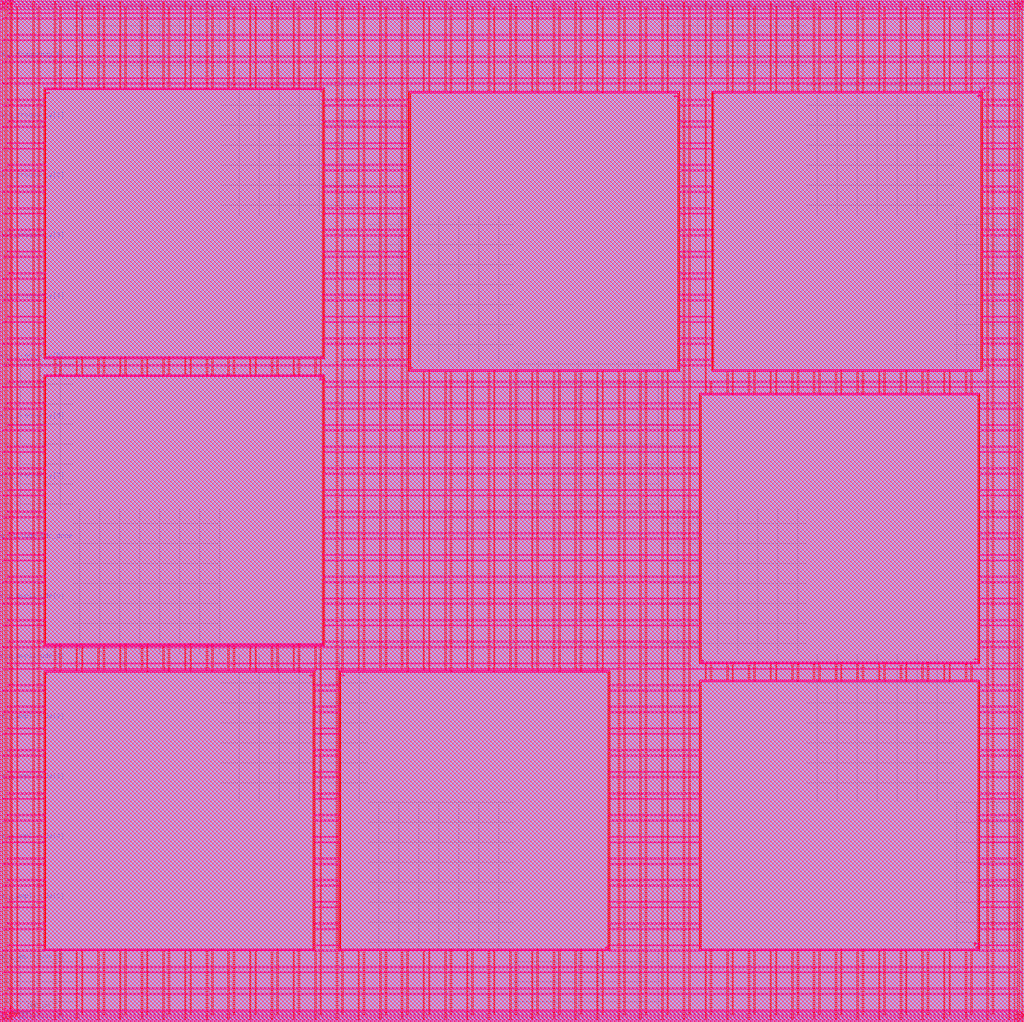
<source format=lef>
###############################################################
#  Generated by:      Cadence Innovus 20.13-s083_1
#  OS:                Linux x86_64(Host ID caddy11)
#  Generated on:      Wed Jun 16 17:47:28 2021
#  Design:            deconv_kernel_estimator_top_level
#  Command:           write_lef_abstract -specifyTopLayer 6 -PGPinLayers {5 6} -noCutObs -stripePin results/deconv_kernel_estimator_top_level.lef
###############################################################

VERSION 5.8 ;

BUSBITCHARS "[]" ;
DIVIDERCHAR "/" ;

MACRO deconv_kernel_estimator_top_level
  CLASS BLOCK ;
  SIZE 2568.640000 BY 2564.960000 ;
  FOREIGN deconv_kernel_estimator_top_level 0.000000 0.000000 ;
  ORIGIN 0 0 ;
  SYMMETRY X Y R90 ;
  PIN clk
    DIRECTION INPUT ;
    USE SIGNAL ;
    ANTENNAPARTIALMETALAREA 5.369 LAYER met2  ;
    ANTENNAPARTIALMETALSIDEAREA 26.684 LAYER met2  ;
    ANTENNAPARTIALCUTAREA 0.04 LAYER via2  ;
    ANTENNAPARTIALMETALAREA 16.5408 LAYER met3  ;
    ANTENNAPARTIALMETALSIDEAREA 88.688 LAYER met3  ;
    ANTENNAMODEL OXIDE1 ;
    ANTENNAGATEAREA 1.152 LAYER met3  ;
    ANTENNAMAXAREACAR 14.9877 LAYER met3  ;
    ANTENNAMAXSIDEAREACAR 78.3273 LAYER met3  ;
    ANTENNAMAXCUTCAR 0.0793403 LAYER via3  ;
    PORT
      LAYER met2 ;
        RECT 1.080000 2564.475000 1.220000 2564.960000 ;
    END
  END clk
  PIN rst_n
    DIRECTION INPUT ;
    USE SIGNAL ;
    ANTENNAPARTIALMETALAREA 18.8185 LAYER met2  ;
    ANTENNAPARTIALMETALSIDEAREA 93.8665 LAYER met2  ;
    ANTENNAMODEL OXIDE1 ;
    ANTENNAGATEAREA 1.33 LAYER met2  ;
    ANTENNAMAXAREACAR 24.5465 LAYER met2  ;
    ANTENNAMAXSIDEAREACAR 121.902 LAYER met2  ;
    ANTENNAMAXCUTCAR 0.0386466 LAYER via2  ;
    PORT
      LAYER met2 ;
        RECT 366.780000 2564.475000 366.920000 2564.960000 ;
    END
  END rst_n
  PIN load_en
    DIRECTION INPUT ;
    USE SIGNAL ;
    ANTENNAPARTIALMETALAREA 125.297 LAYER met2  ;
    ANTENNAPARTIALMETALSIDEAREA 626.206 LAYER met2  ;
    ANTENNAPARTIALCUTAREA 0.04 LAYER via2  ;
    ANTENNAPARTIALMETALAREA 0.255 LAYER met3  ;
    ANTENNAPARTIALMETALSIDEAREA 1.808 LAYER met3  ;
    ANTENNAPARTIALCUTAREA 0.04 LAYER via3  ;
    ANTENNAPARTIALMETALAREA 4.3278 LAYER met4  ;
    ANTENNAPARTIALMETALSIDEAREA 23.552 LAYER met4  ;
    ANTENNAMODEL OXIDE1 ;
    ANTENNAGATEAREA 0.1965 LAYER met4  ;
    ANTENNAMAXAREACAR 29.8453 LAYER met4  ;
    ANTENNAMAXSIDEAREACAR 153.252 LAYER met4  ;
    ANTENNAMAXCUTCAR 0.668702 LAYER via4  ;
    PORT
      LAYER met2 ;
        RECT 733.860000 2564.475000 734.000000 2564.960000 ;
    END
  END load_en
  PIN debug_en
    DIRECTION INPUT ;
    USE SIGNAL ;
    ANTENNAPARTIALMETALAREA 57.8772 LAYER met2  ;
    ANTENNAPARTIALMETALSIDEAREA 289.107 LAYER met2  ;
    ANTENNAPARTIALCUTAREA 0.04 LAYER via2  ;
    ANTENNAPARTIALMETALAREA 11.026 LAYER met3  ;
    ANTENNAPARTIALMETALSIDEAREA 59.272 LAYER met3  ;
    ANTENNAPARTIALCUTAREA 0.04 LAYER via3  ;
    ANTENNAPARTIALMETALAREA 30.9108 LAYER met4  ;
    ANTENNAPARTIALMETALSIDEAREA 165.328 LAYER met4  ;
    ANTENNAMODEL OXIDE1 ;
    ANTENNAGATEAREA 0.441 LAYER met4  ;
    ANTENNAMAXAREACAR 77.8586 LAYER met4  ;
    ANTENNAMAXSIDEAREACAR 407.197 LAYER met4  ;
    ANTENNAMAXCUTCAR 0.589342 LAYER via4  ;
    PORT
      LAYER met2 ;
        RECT 1100.480000 2564.475000 1100.620000 2564.960000 ;
    END
  END debug_en
  PIN serial_in
    DIRECTION INPUT ;
    USE SIGNAL ;
    ANTENNAPARTIALMETALAREA 71.4194 LAYER met2  ;
    ANTENNAPARTIALMETALSIDEAREA 356.818 LAYER met2  ;
    ANTENNAPARTIALCUTAREA 0.04 LAYER via2  ;
    ANTENNAPARTIALMETALAREA 0.2509 LAYER met3  ;
    ANTENNAPARTIALMETALSIDEAREA 1.808 LAYER met3  ;
    ANTENNAPARTIALCUTAREA 0.04 LAYER via3  ;
    ANTENNAPARTIALMETALAREA 3.9618 LAYER met4  ;
    ANTENNAPARTIALMETALSIDEAREA 21.6 LAYER met4  ;
    ANTENNAMODEL OXIDE1 ;
    ANTENNAGATEAREA 0.1965 LAYER met4  ;
    ANTENNAMAXAREACAR 71.0814 LAYER met4  ;
    ANTENNAMAXSIDEAREACAR 363.679 LAYER met4  ;
    ANTENNAMAXCUTCAR 0.668702 LAYER via4  ;
    PORT
      LAYER met2 ;
        RECT 1834.180000 2564.475000 1834.320000 2564.960000 ;
    END
  END serial_in
  PIN sram_select[1]
    DIRECTION INPUT ;
    USE SIGNAL ;
    ANTENNAPARTIALMETALAREA 159.296 LAYER met2  ;
    ANTENNAPARTIALMETALSIDEAREA 796.201 LAYER met2  ;
    ANTENNAPARTIALCUTAREA 0.04 LAYER via2  ;
    ANTENNAPARTIALMETALAREA 0.2509 LAYER met3  ;
    ANTENNAPARTIALMETALSIDEAREA 1.808 LAYER met3  ;
    ANTENNAPARTIALCUTAREA 0.04 LAYER via3  ;
    ANTENNAPARTIALMETALAREA 4.1448 LAYER met4  ;
    ANTENNAPARTIALMETALSIDEAREA 22.576 LAYER met4  ;
    ANTENNAMODEL OXIDE1 ;
    ANTENNAGATEAREA 1.33 LAYER met4  ;
    ANTENNAMAXAREACAR 7.30962 LAYER met4  ;
    ANTENNAMAXSIDEAREACAR 37.5669 LAYER met4  ;
    ANTENNAMAXCUTCAR 0.098797 LAYER via4  ;
    PORT
      LAYER met2 ;
        RECT 2567.420000 2564.475000 2567.560000 2564.960000 ;
    END
  END sram_select[1]
  PIN sram_select[0]
    DIRECTION INPUT ;
    USE SIGNAL ;
    ANTENNAPARTIALMETALAREA 90.3334 LAYER met2  ;
    ANTENNAPARTIALMETALSIDEAREA 451.388 LAYER met2  ;
    ANTENNAPARTIALCUTAREA 0.04 LAYER via2  ;
    ANTENNAPARTIALMETALAREA 0.676 LAYER met3  ;
    ANTENNAPARTIALMETALSIDEAREA 4.072 LAYER met3  ;
    ANTENNAPARTIALCUTAREA 0.04 LAYER via3  ;
    ANTENNAPARTIALMETALAREA 7.9878 LAYER met4  ;
    ANTENNAPARTIALMETALSIDEAREA 43.072 LAYER met4  ;
    ANTENNAMODEL OXIDE1 ;
    ANTENNAGATEAREA 0.665 LAYER met4  ;
    ANTENNAMAXAREACAR 19.8565 LAYER met4  ;
    ANTENNAMAXSIDEAREACAR 101.424 LAYER met4  ;
    ANTENNAMAXCUTCAR 0.197594 LAYER via4  ;
    PORT
      LAYER met2 ;
        RECT 2201.260000 2564.475000 2201.400000 2564.960000 ;
    END
  END sram_select[0]
  PIN frequency_adc_done
    DIRECTION INPUT ;
    USE SIGNAL ;
    ANTENNAPARTIALMETALAREA 162.19 LAYER met2  ;
    ANTENNAPARTIALMETALSIDEAREA 810.673 LAYER met2  ;
    ANTENNAPARTIALCUTAREA 0.04 LAYER via2  ;
    ANTENNAPARTIALMETALAREA 0.2509 LAYER met3  ;
    ANTENNAPARTIALMETALSIDEAREA 1.808 LAYER met3  ;
    ANTENNAPARTIALCUTAREA 0.04 LAYER via3  ;
    ANTENNAPARTIALMETALAREA 4.1448 LAYER met4  ;
    ANTENNAPARTIALMETALSIDEAREA 22.576 LAYER met4  ;
    ANTENNAMODEL OXIDE1 ;
    ANTENNAGATEAREA 0.495 LAYER met4  ;
    ANTENNAMAXAREACAR 17.5144 LAYER met4  ;
    ANTENNAMAXSIDEAREACAR 89.9354 LAYER met4  ;
    ANTENNAMAXCUTCAR 0.265455 LAYER via4  ;
    PORT
      LAYER met2 ;
        RECT 0.000000 2564.720000 0.485000 2564.860000 ;
    END
  END frequency_adc_done
  PIN amplitude_adc_done
    DIRECTION INPUT ;
    USE SIGNAL ;
    ANTENNAPARTIALMETALAREA 26.1573 LAYER met2  ;
    ANTENNAPARTIALMETALSIDEAREA 130.561 LAYER met2  ;
    ANTENNAMODEL OXIDE1 ;
    ANTENNAGATEAREA 0.495 LAYER met2  ;
    ANTENNAMAXAREACAR 60.9542 LAYER met2  ;
    ANTENNAMAXSIDEAREACAR 302.471 LAYER met2  ;
    ANTENNAMAXCUTCAR 0.103838 LAYER via2  ;
    PORT
      LAYER met2 ;
        RECT 0.000000 1206.760000 0.485000 1206.900000 ;
    END
  END amplitude_adc_done
  PIN sig_frequency[7]
    DIRECTION INPUT ;
    USE SIGNAL ;
    ANTENNAPARTIALMETALAREA 0.1351 LAYER met2  ;
    ANTENNAPARTIALMETALSIDEAREA 0.5145 LAYER met2  ;
    ANTENNAPARTIALCUTAREA 0.04 LAYER via2  ;
    ANTENNAPARTIALMETALAREA 26.182 LAYER met3  ;
    ANTENNAPARTIALMETALSIDEAREA 140.104 LAYER met3  ;
    ANTENNAPARTIALCUTAREA 0.04 LAYER via3  ;
    ANTENNAPARTIALMETALAREA 1.45345 LAYER met4  ;
    ANTENNAPARTIALMETALSIDEAREA 4.072 LAYER met4  ;
    ANTENNAPARTIALCUTAREA 0.64 LAYER via4  ;
    ANTENNADIFFAREA 5.2164 LAYER met5  ;
    ANTENNAPARTIALMETALAREA 1190.46 LAYER met5  ;
    ANTENNAPARTIALMETALSIDEAREA 1789.54 LAYER met5  ;
    ANTENNAMODEL OXIDE1 ;
    ANTENNAGATEAREA 5.7114 LAYER met5  ;
    ANTENNAMAXAREACAR 214.365 LAYER met5  ;
    ANTENNAMAXSIDEAREACAR 324.405 LAYER met5  ;
    PORT
      LAYER met2 ;
        RECT 0.000000 1357.720000 0.485000 1357.860000 ;
    END
  END sig_frequency[7]
  PIN sig_frequency[6]
    DIRECTION INPUT ;
    USE SIGNAL ;
    ANTENNAPARTIALMETALAREA 15.2153 LAYER met2  ;
    ANTENNAPARTIALMETALSIDEAREA 75.8905 LAYER met2  ;
    ANTENNAPARTIALCUTAREA 0.04 LAYER via2  ;
    ANTENNAPARTIALMETALAREA 1.4988 LAYER met3  ;
    ANTENNAPARTIALMETALSIDEAREA 8.464 LAYER met3  ;
    ANTENNAMODEL OXIDE1 ;
    ANTENNAGATEAREA 0.495 LAYER met3  ;
    ANTENNAMAXAREACAR 17.4051 LAYER met3  ;
    ANTENNAMAXSIDEAREACAR 85.2636 LAYER met3  ;
    ANTENNAMAXCUTCAR 0.379394 LAYER via3  ;
    PORT
      LAYER met2 ;
        RECT 0.000000 1508.680000 0.485000 1508.820000 ;
    END
  END sig_frequency[6]
  PIN sig_frequency[5]
    DIRECTION INPUT ;
    USE SIGNAL ;
    ANTENNAPARTIALMETALAREA 38.7021 LAYER met2  ;
    ANTENNAPARTIALMETALSIDEAREA 193.232 LAYER met2  ;
    ANTENNAPARTIALCUTAREA 0.04 LAYER via2  ;
    ANTENNAPARTIALMETALAREA 0.4 LAYER met3  ;
    ANTENNAPARTIALMETALSIDEAREA 2.6 LAYER met3  ;
    ANTENNAPARTIALCUTAREA 0.04 LAYER via3  ;
    ANTENNAPARTIALMETALAREA 6.1578 LAYER met4  ;
    ANTENNAPARTIALMETALSIDEAREA 33.312 LAYER met4  ;
    ANTENNAMODEL OXIDE1 ;
    ANTENNAGATEAREA 0.495 LAYER met4  ;
    ANTENNAMAXAREACAR 47.9881 LAYER met4  ;
    ANTENNAMAXSIDEAREACAR 242.73 LAYER met4  ;
    ANTENNAMAXCUTCAR 0.460202 LAYER via4  ;
    PORT
      LAYER met2 ;
        RECT 0.000000 1659.300000 0.485000 1659.440000 ;
    END
  END sig_frequency[5]
  PIN sig_frequency[4]
    DIRECTION INPUT ;
    USE SIGNAL ;
    ANTENNAPARTIALMETALAREA 0.3611 LAYER met2  ;
    ANTENNAPARTIALMETALSIDEAREA 1.6345 LAYER met2  ;
    ANTENNAPARTIALCUTAREA 0.04 LAYER via2  ;
    ANTENNAPARTIALMETALAREA 3.8448 LAYER met3  ;
    ANTENNAPARTIALMETALSIDEAREA 20.976 LAYER met3  ;
    ANTENNAMODEL OXIDE1 ;
    ANTENNAGATEAREA 0.1965 LAYER met3  ;
    ANTENNAMAXAREACAR 22.6534 LAYER met3  ;
    ANTENNAMAXSIDEAREACAR 119.074 LAYER met3  ;
    ANTENNAMAXCUTCAR 0.46514 LAYER via3  ;
    PORT
      LAYER met2 ;
        RECT 0.000000 1810.260000 0.485000 1810.400000 ;
    END
  END sig_frequency[4]
  PIN sig_frequency[3]
    DIRECTION INPUT ;
    USE SIGNAL ;
    ANTENNAPARTIALMETALAREA 3.1835 LAYER met2  ;
    ANTENNAPARTIALMETALSIDEAREA 15.8095 LAYER met2  ;
    ANTENNAMODEL OXIDE1 ;
    ANTENNAGATEAREA 1.33 LAYER met2  ;
    ANTENNAMAXAREACAR 10.612 LAYER met2  ;
    ANTENNAMAXSIDEAREACAR 52.3173 LAYER met2  ;
    ANTENNAMAXCUTCAR 0.0386466 LAYER via2  ;
    PORT
      LAYER met2 ;
        RECT 0.000000 1961.220000 0.485000 1961.360000 ;
    END
  END sig_frequency[3]
  PIN sig_frequency[2]
    DIRECTION INPUT ;
    USE SIGNAL ;
    ANTENNAPARTIALMETALAREA 4.4302 LAYER met2  ;
    ANTENNAPARTIALMETALSIDEAREA 22.043 LAYER met2  ;
    ANTENNAMODEL OXIDE1 ;
    ANTENNAGATEAREA 1.33 LAYER met2  ;
    ANTENNAMAXAREACAR 9.84196 LAYER met2  ;
    ANTENNAMAXSIDEAREACAR 48.4673 LAYER met2  ;
    ANTENNAMAXCUTCAR 0.0386466 LAYER via2  ;
    PORT
      LAYER met2 ;
        RECT 0.000000 2111.840000 0.485000 2111.980000 ;
    END
  END sig_frequency[2]
  PIN sig_frequency[1]
    DIRECTION INPUT ;
    USE SIGNAL ;
    ANTENNAPARTIALMETALAREA 110.31 LAYER met2  ;
    ANTENNAPARTIALMETALSIDEAREA 551.271 LAYER met2  ;
    ANTENNAPARTIALCUTAREA 0.04 LAYER via2  ;
    ANTENNAPARTIALMETALAREA 0.255 LAYER met3  ;
    ANTENNAPARTIALMETALSIDEAREA 1.808 LAYER met3  ;
    ANTENNAPARTIALCUTAREA 0.04 LAYER via3  ;
    ANTENNAPARTIALMETALAREA 4.1448 LAYER met4  ;
    ANTENNAPARTIALMETALSIDEAREA 22.576 LAYER met4  ;
    ANTENNAMODEL OXIDE1 ;
    ANTENNAGATEAREA 1.33 LAYER met4  ;
    ANTENNAMAXAREACAR 6.64639 LAYER met4  ;
    ANTENNAMAXSIDEAREACAR 34.2353 LAYER met4  ;
    ANTENNAMAXCUTCAR 0.098797 LAYER via4  ;
    PORT
      LAYER met2 ;
        RECT 0.000000 2262.800000 0.485000 2262.940000 ;
    END
  END sig_frequency[1]
  PIN sig_frequency[0]
    DIRECTION INPUT ;
    USE SIGNAL ;
    ANTENNAPARTIALMETALAREA 47.4157 LAYER met2  ;
    ANTENNAPARTIALMETALSIDEAREA 236.799 LAYER met2  ;
    ANTENNAPARTIALCUTAREA 0.04 LAYER via2  ;
    ANTENNAPARTIALMETALAREA 0.255 LAYER met3  ;
    ANTENNAPARTIALMETALSIDEAREA 1.808 LAYER met3  ;
    ANTENNAPARTIALCUTAREA 0.04 LAYER via3  ;
    ANTENNAPARTIALMETALAREA 8.1708 LAYER met4  ;
    ANTENNAPARTIALMETALSIDEAREA 44.048 LAYER met4  ;
    ANTENNAMODEL OXIDE1 ;
    ANTENNAGATEAREA 0.1965 LAYER met4  ;
    ANTENNAMAXAREACAR 126.457 LAYER met4  ;
    ANTENNAMAXSIDEAREACAR 646.204 LAYER met4  ;
    ANTENNAMAXCUTCAR 0.668702 LAYER via4  ;
    PORT
      LAYER met2 ;
        RECT 0.000000 2413.760000 0.485000 2413.900000 ;
    END
  END sig_frequency[0]
  PIN sig_amplitude[7]
    DIRECTION INPUT ;
    USE SIGNAL ;
    ANTENNAPARTIALMETALAREA 179.86 LAYER met2  ;
    ANTENNAPARTIALMETALSIDEAREA 899.021 LAYER met2  ;
    ANTENNAPARTIALCUTAREA 0.04 LAYER via2  ;
    ANTENNAPARTIALMETALAREA 0.2509 LAYER met3  ;
    ANTENNAPARTIALMETALSIDEAREA 1.808 LAYER met3  ;
    ANTENNAPARTIALCUTAREA 0.04 LAYER via3  ;
    ANTENNAPARTIALMETALAREA 6.1578 LAYER met4  ;
    ANTENNAPARTIALMETALSIDEAREA 33.312 LAYER met4  ;
    ANTENNAMODEL OXIDE1 ;
    ANTENNAGATEAREA 0.665 LAYER met4  ;
    ANTENNAMAXAREACAR 15.3956 LAYER met4  ;
    ANTENNAMAXSIDEAREACAR 79.2767 LAYER met4  ;
    ANTENNAMAXCUTCAR 0.197594 LAYER via4  ;
    PORT
      LAYER met2 ;
        RECT 0.000000 0.100000 0.485000 0.240000 ;
    END
  END sig_amplitude[7]
  PIN sig_amplitude[6]
    DIRECTION INPUT ;
    USE SIGNAL ;
    ANTENNAPARTIALMETALAREA 16.071 LAYER met2  ;
    ANTENNAPARTIALMETALSIDEAREA 80.129 LAYER met2  ;
    ANTENNAMODEL OXIDE1 ;
    ANTENNAGATEAREA 0.665 LAYER met2  ;
    ANTENNAMAXAREACAR 27.7171 LAYER met2  ;
    ANTENNAMAXSIDEAREACAR 136.175 LAYER met2  ;
    ANTENNAMAXCUTCAR 0.0772932 LAYER via2  ;
    PORT
      LAYER met2 ;
        RECT 0.000000 150.720000 0.485000 150.860000 ;
    END
  END sig_amplitude[6]
  PIN sig_amplitude[5]
    DIRECTION INPUT ;
    USE SIGNAL ;
    ANTENNAPARTIALMETALAREA 141.558 LAYER met2  ;
    ANTENNAPARTIALMETALSIDEAREA 707.511 LAYER met2  ;
    ANTENNAPARTIALCUTAREA 0.04 LAYER via2  ;
    ANTENNAPARTIALMETALAREA 0.2509 LAYER met3  ;
    ANTENNAPARTIALMETALSIDEAREA 1.808 LAYER met3  ;
    ANTENNAPARTIALCUTAREA 0.04 LAYER via3  ;
    ANTENNAPARTIALMETALAREA 3.9618 LAYER met4  ;
    ANTENNAPARTIALMETALSIDEAREA 21.6 LAYER met4  ;
    ANTENNAMODEL OXIDE1 ;
    ANTENNAGATEAREA 0.665 LAYER met4  ;
    ANTENNAMAXAREACAR 12.5489 LAYER met4  ;
    ANTENNAMAXSIDEAREACAR 62.8286 LAYER met4  ;
    ANTENNAMAXCUTCAR 0.197594 LAYER via4  ;
    PORT
      LAYER met2 ;
        RECT 0.000000 301.680000 0.485000 301.820000 ;
    END
  END sig_amplitude[5]
  PIN sig_amplitude[4]
    DIRECTION INPUT ;
    USE SIGNAL ;
    ANTENNAPARTIALMETALAREA 114.621 LAYER met2  ;
    ANTENNAPARTIALMETALSIDEAREA 572.828 LAYER met2  ;
    ANTENNAPARTIALCUTAREA 0.04 LAYER via2  ;
    ANTENNAPARTIALMETALAREA 0.255 LAYER met3  ;
    ANTENNAPARTIALMETALSIDEAREA 1.808 LAYER met3  ;
    ANTENNAPARTIALCUTAREA 0.04 LAYER via3  ;
    ANTENNAPARTIALMETALAREA 3.9618 LAYER met4  ;
    ANTENNAPARTIALMETALSIDEAREA 21.6 LAYER met4  ;
    ANTENNAMODEL OXIDE1 ;
    ANTENNAGATEAREA 1.33 LAYER met4  ;
    ANTENNAMAXAREACAR 6.18774 LAYER met4  ;
    ANTENNAMAXSIDEAREACAR 31.8962 LAYER met4  ;
    ANTENNAMAXCUTCAR 0.098797 LAYER via4  ;
    PORT
      LAYER met2 ;
        RECT 0.000000 452.640000 0.485000 452.780000 ;
    END
  END sig_amplitude[4]
  PIN sig_amplitude[3]
    DIRECTION INPUT ;
    USE SIGNAL ;
    ANTENNAPARTIALMETALAREA 98.7564 LAYER met2  ;
    ANTENNAPARTIALMETALSIDEAREA 493.556 LAYER met2  ;
    ANTENNAMODEL OXIDE1 ;
    ANTENNAGATEAREA 1.33 LAYER met2  ;
    ANTENNAMAXAREACAR 77.2165 LAYER met2  ;
    ANTENNAMAXSIDEAREACAR 385.251 LAYER met2  ;
    ANTENNAMAXCUTCAR 0.0386466 LAYER via2  ;
    PORT
      LAYER met2 ;
        RECT 0.000000 603.260000 0.485000 603.400000 ;
    END
  END sig_amplitude[3]
  PIN sig_amplitude[2]
    DIRECTION INPUT ;
    USE SIGNAL ;
    ANTENNAPARTIALMETALAREA 79.7598 LAYER met2  ;
    ANTENNAPARTIALMETALSIDEAREA 398.573 LAYER met2  ;
    ANTENNAMODEL OXIDE1 ;
    ANTENNAGATEAREA 1.33 LAYER met2  ;
    ANTENNAMAXAREACAR 62.7071 LAYER met2  ;
    ANTENNAMAXSIDEAREACAR 312.704 LAYER met2  ;
    ANTENNAMAXCUTCAR 0.0386466 LAYER via2  ;
    PORT
      LAYER met2 ;
        RECT 0.000000 754.220000 0.485000 754.360000 ;
    END
  END sig_amplitude[2]
  PIN sig_amplitude[1]
    DIRECTION INPUT ;
    USE SIGNAL ;
    ANTENNAPARTIALMETALAREA 16.5371 LAYER met2  ;
    ANTENNAPARTIALMETALSIDEAREA 82.2885 LAYER met2  ;
    ANTENNAPARTIALCUTAREA 0.04 LAYER via2  ;
    ANTENNAPARTIALMETALAREA 15.4117 LAYER met3  ;
    ANTENNAPARTIALMETALSIDEAREA 83.136 LAYER met3  ;
    ANTENNAPARTIALCUTAREA 0.04 LAYER via3  ;
    ANTENNAPARTIALMETALAREA 3.9618 LAYER met4  ;
    ANTENNAPARTIALMETALSIDEAREA 21.6 LAYER met4  ;
    ANTENNAMODEL OXIDE1 ;
    ANTENNAGATEAREA 0.2475 LAYER met4  ;
    ANTENNAMAXAREACAR 21.0972 LAYER met4  ;
    ANTENNAMAXSIDEAREACAR 112.317 LAYER met4  ;
    ANTENNAMAXCUTCAR 0.530909 LAYER via4  ;
    PORT
      LAYER met2 ;
        RECT 0.000000 905.180000 0.485000 905.320000 ;
    END
  END sig_amplitude[1]
  PIN sig_amplitude[0]
    DIRECTION INPUT ;
    USE SIGNAL ;
    ANTENNAPARTIALMETALAREA 33.3683 LAYER met2  ;
    ANTENNAPARTIALMETALSIDEAREA 166.68 LAYER met2  ;
    ANTENNAPARTIALCUTAREA 0.04 LAYER via2  ;
    ANTENNAPARTIALMETALAREA 26.068 LAYER met3  ;
    ANTENNAPARTIALMETALSIDEAREA 139.496 LAYER met3  ;
    ANTENNAPARTIALCUTAREA 0.04 LAYER via3  ;
    ANTENNAPARTIALMETALAREA 2.3728 LAYER met4  ;
    ANTENNAPARTIALMETALSIDEAREA 9 LAYER met4  ;
    ANTENNAPARTIALCUTAREA 0.64 LAYER via4  ;
    ANTENNADIFFAREA 4.347 LAYER met5  ;
    ANTENNAPARTIALMETALAREA 1262.9 LAYER met5  ;
    ANTENNAPARTIALMETALSIDEAREA 1898.18 LAYER met5  ;
    ANTENNAMODEL OXIDE1 ;
    ANTENNAGATEAREA 4.5945 LAYER met5  ;
    ANTENNAMAXAREACAR 280.672 LAYER met5  ;
    ANTENNAMAXSIDEAREACAR 423.898 LAYER met5  ;
    PORT
      LAYER met2 ;
        RECT 0.000000 1055.800000 0.485000 1055.940000 ;
    END
  END sig_amplitude[0]
  PIN adc_bypass_en
    DIRECTION INPUT ;
    USE SIGNAL ;
    ANTENNAPARTIALMETALAREA 121.587 LAYER met2  ;
    ANTENNAPARTIALMETALSIDEAREA 607.656 LAYER met2  ;
    ANTENNAPARTIALCUTAREA 0.04 LAYER via2  ;
    ANTENNAPARTIALMETALAREA 0.2509 LAYER met3  ;
    ANTENNAPARTIALMETALSIDEAREA 1.808 LAYER met3  ;
    ANTENNAPARTIALCUTAREA 0.04 LAYER via3  ;
    ANTENNAPARTIALMETALAREA 4.1448 LAYER met4  ;
    ANTENNAPARTIALMETALSIDEAREA 22.576 LAYER met4  ;
    ANTENNAMODEL OXIDE1 ;
    ANTENNAGATEAREA 0.665 LAYER met4  ;
    ANTENNAMAXAREACAR 9.12429 LAYER met4  ;
    ANTENNAMAXSIDEAREACAR 46.9113 LAYER met4  ;
    ANTENNAMAXCUTCAR 0.197594 LAYER via4  ;
    PORT
      LAYER met2 ;
        RECT 1467.560000 2564.475000 1467.700000 2564.960000 ;
    END
  END adc_bypass_en
  PIN serial_out
    DIRECTION OUTPUT ;
    USE SIGNAL ;
    ANTENNADIFFAREA 0.3406 LAYER met2  ;
    ANTENNAPARTIALMETALAREA 4.6659 LAYER met2  ;
    ANTENNAPARTIALMETALSIDEAREA 23.1035 LAYER met2  ;
    PORT
      LAYER met2 ;
        RECT 2568.155000 2564.720000 2568.640000 2564.860000 ;
    END
  END serial_out
  PIN serial_out_valid
    DIRECTION OUTPUT ;
    USE SIGNAL ;
    ANTENNADIFFAREA 0.429 LAYER met2  ;
    ANTENNAPARTIALMETALAREA 1.5679 LAYER met2  ;
    ANTENNAPARTIALMETALSIDEAREA 7.7315 LAYER met2  ;
    PORT
      LAYER met2 ;
        RECT 2568.155000 1282.580000 2568.640000 1282.720000 ;
    END
  END serial_out_valid
  PIN freq_eval_done
    DIRECTION OUTPUT ;
    USE SIGNAL ;
    ANTENNADIFFAREA 0.714 LAYER met2  ;
    ANTENNAPARTIALMETALAREA 183.631 LAYER met2  ;
    ANTENNAPARTIALMETALSIDEAREA 917.931 LAYER met2  ;
    PORT
      LAYER met2 ;
        RECT 2568.155000 0.100000 2568.640000 0.240000 ;
    END
  END freq_eval_done
  PIN VSS
    DIRECTION INOUT ;
    USE GROUND ;
    PORT
      LAYER met4 ;
        RECT 2555.980000 2556.800000 2564.140000 2564.960000 ;
    END
    PORT
      LAYER met4 ;
        RECT 2555.980000 0.000000 2564.140000 8.160000 ;
    END
    PORT
      LAYER met4 ;
        RECT 4.500000 2556.800000 12.660000 2564.960000 ;
    END
    PORT
      LAYER met4 ;
        RECT 4.500000 0.000000 12.660000 8.160000 ;
    END
    PORT
      LAYER met5 ;
        RECT 2560.480000 2552.720000 2568.640000 2560.880000 ;
    END
    PORT
      LAYER met5 ;
        RECT 0.000000 2552.720000 8.160000 2560.880000 ;
    END
    PORT
      LAYER met5 ;
        RECT 2560.480000 4.080000 2568.640000 12.240000 ;
    END
    PORT
      LAYER met5 ;
        RECT 0.000000 4.080000 8.160000 12.240000 ;
    END

# P/G power stripe data as pin
    PORT
      LAYER met4 ;
        RECT 109.300000 943.600000 111.100000 1624.100000 ;
        RECT 81.600000 4.080000 84.960000 2560.880000 ;
        RECT 27.200000 4.080000 30.560000 2560.880000 ;
        RECT 4.500000 0.000000 12.660000 2564.960000 ;
        RECT 897.600000 880.000000 900.960000 2560.880000 ;
        RECT 952.000000 880.000000 955.360000 2560.880000 ;
        RECT 843.200000 4.080000 846.560000 2560.880000 ;
        RECT 811.800000 943.600000 813.600000 1624.100000 ;
        RECT 1006.400000 880.000000 1009.760000 2560.880000 ;
        RECT 1115.200000 880.000000 1118.560000 1633.300000 ;
        RECT 1060.800000 880.000000 1064.160000 1633.300000 ;
        RECT 1278.400000 880.000000 1281.760000 1633.300000 ;
        RECT 1224.000000 880.000000 1227.360000 1633.300000 ;
        RECT 1169.600000 880.000000 1172.960000 1633.300000 ;
        RECT 1604.800000 4.080000 1608.160000 1633.300000 ;
        RECT 1332.800000 880.000000 1336.160000 1633.300000 ;
        RECT 1387.200000 880.000000 1390.560000 1633.300000 ;
        RECT 1441.600000 880.000000 1444.960000 1633.300000 ;
        RECT 1496.000000 880.000000 1499.360000 1633.300000 ;
        RECT 1550.400000 4.080000 1553.760000 1633.300000 ;
        RECT 1659.200000 4.080000 1662.560000 1633.300000 ;
        RECT 1713.600000 4.080000 1716.960000 2560.880000 ;
        RECT 1753.300000 897.500000 1755.100000 1578.000000 ;
        RECT 2455.800000 897.500000 2457.600000 1578.000000 ;
        RECT 2529.600000 4.080000 2532.960000 2560.880000 ;
        RECT 2475.200000 4.080000 2478.560000 2560.880000 ;
        RECT 2555.980000 0.000000 2564.140000 2564.960000 ;
        RECT 849.300000 177.500000 851.100000 881.800000 ;
        RECT 788.000000 177.500000 789.800000 881.800000 ;
        RECT 109.300000 177.500000 111.100000 881.800000 ;
        RECT 136.000000 4.080000 139.360000 179.300000 ;
        RECT 190.400000 4.080000 193.760000 179.300000 ;
        RECT 244.800000 4.080000 248.160000 179.300000 ;
        RECT 299.200000 4.080000 302.560000 179.300000 ;
        RECT 353.600000 4.080000 356.960000 179.300000 ;
        RECT 408.000000 4.080000 411.360000 179.300000 ;
        RECT 462.400000 4.080000 465.760000 179.300000 ;
        RECT 516.800000 4.080000 520.160000 179.300000 ;
        RECT 571.200000 4.080000 574.560000 179.300000 ;
        RECT 625.600000 4.080000 628.960000 179.300000 ;
        RECT 952.000000 4.080000 955.360000 179.300000 ;
        RECT 897.600000 4.080000 900.960000 179.300000 ;
        RECT 788.800000 4.080000 792.160000 179.300000 ;
        RECT 680.000000 4.080000 683.360000 179.300000 ;
        RECT 734.400000 4.080000 737.760000 179.300000 ;
        RECT 1278.400000 4.080000 1281.760000 179.300000 ;
        RECT 1224.000000 4.080000 1227.360000 179.300000 ;
        RECT 1169.600000 4.080000 1172.960000 179.300000 ;
        RECT 1115.200000 4.080000 1118.560000 179.300000 ;
        RECT 1060.800000 4.080000 1064.160000 179.300000 ;
        RECT 1006.400000 4.080000 1009.760000 179.300000 ;
        RECT 136.000000 880.000000 139.360000 945.400000 ;
        RECT 190.400000 880.000000 193.760000 945.400000 ;
        RECT 244.800000 880.000000 248.160000 945.400000 ;
        RECT 299.200000 880.000000 302.560000 945.400000 ;
        RECT 353.600000 880.000000 356.960000 945.400000 ;
        RECT 408.000000 880.000000 411.360000 945.400000 ;
        RECT 462.400000 880.000000 465.760000 945.400000 ;
        RECT 516.800000 880.000000 520.160000 945.400000 ;
        RECT 571.200000 880.000000 574.560000 945.400000 ;
        RECT 625.600000 880.000000 628.960000 945.400000 ;
        RECT 680.000000 880.000000 683.360000 945.400000 ;
        RECT 734.400000 880.000000 737.760000 945.400000 ;
        RECT 788.800000 880.000000 792.160000 945.400000 ;
        RECT 1528.000000 177.500000 1529.800000 881.800000 ;
        RECT 2455.800000 177.500000 2457.600000 858.000000 ;
        RECT 1753.300000 177.500000 1755.100000 858.000000 ;
        RECT 1332.800000 4.080000 1336.160000 179.300000 ;
        RECT 1387.200000 4.080000 1390.560000 179.300000 ;
        RECT 1441.600000 4.080000 1444.960000 179.300000 ;
        RECT 1496.000000 4.080000 1499.360000 179.300000 ;
        RECT 1768.000000 4.080000 1771.360000 179.300000 ;
        RECT 1822.400000 4.080000 1825.760000 179.300000 ;
        RECT 1876.800000 4.080000 1880.160000 179.300000 ;
        RECT 2203.200000 4.080000 2206.560000 179.300000 ;
        RECT 1931.200000 4.080000 1934.560000 179.300000 ;
        RECT 1985.600000 4.080000 1988.960000 179.300000 ;
        RECT 2040.000000 4.080000 2043.360000 179.300000 ;
        RECT 2094.400000 4.080000 2097.760000 179.300000 ;
        RECT 2148.800000 4.080000 2152.160000 179.300000 ;
        RECT 2420.800000 4.080000 2424.160000 179.300000 ;
        RECT 2366.400000 4.080000 2369.760000 179.300000 ;
        RECT 2312.000000 4.080000 2315.360000 179.300000 ;
        RECT 2257.600000 4.080000 2260.960000 179.300000 ;
        RECT 2443.900000 195.330000 2445.640000 197.630000 ;
        RECT 2443.900000 190.330000 2445.640000 196.480000 ;
        RECT 1768.000000 856.200000 1771.360000 899.300000 ;
        RECT 1822.400000 856.200000 1825.760000 899.300000 ;
        RECT 1876.800000 856.200000 1880.160000 899.300000 ;
        RECT 1931.200000 856.200000 1934.560000 899.300000 ;
        RECT 1985.600000 856.200000 1988.960000 899.300000 ;
        RECT 2040.000000 856.200000 2043.360000 899.300000 ;
        RECT 2094.400000 856.200000 2097.760000 899.300000 ;
        RECT 2148.800000 856.200000 2152.160000 899.300000 ;
        RECT 2203.200000 856.200000 2206.560000 899.300000 ;
        RECT 2257.600000 856.200000 2260.960000 899.300000 ;
        RECT 2312.000000 856.200000 2315.360000 899.300000 ;
        RECT 2366.400000 856.200000 2369.760000 899.300000 ;
        RECT 2420.800000 856.200000 2424.160000 899.300000 ;
        RECT 1024.300000 1631.500000 1026.100000 2335.800000 ;
        RECT 811.800000 1663.600000 813.600000 2344.100000 ;
        RECT 109.300000 1663.600000 111.100000 2344.100000 ;
        RECT 136.000000 1622.300000 139.360000 1665.400000 ;
        RECT 190.400000 1622.300000 193.760000 1665.400000 ;
        RECT 244.800000 1622.300000 248.160000 1665.400000 ;
        RECT 299.200000 1622.300000 302.560000 1665.400000 ;
        RECT 353.600000 1622.300000 356.960000 1665.400000 ;
        RECT 408.000000 1622.300000 411.360000 1665.400000 ;
        RECT 462.400000 1622.300000 465.760000 1665.400000 ;
        RECT 516.800000 1622.300000 520.160000 1665.400000 ;
        RECT 571.200000 1622.300000 574.560000 1665.400000 ;
        RECT 625.600000 1622.300000 628.960000 1665.400000 ;
        RECT 680.000000 1622.300000 683.360000 1665.400000 ;
        RECT 734.400000 1622.300000 737.760000 1665.400000 ;
        RECT 788.800000 1622.300000 792.160000 1665.400000 ;
        RECT 136.000000 2342.300000 139.360000 2560.880000 ;
        RECT 190.400000 2342.300000 193.760000 2560.880000 ;
        RECT 244.800000 2342.300000 248.160000 2560.880000 ;
        RECT 299.200000 2342.300000 302.560000 2560.880000 ;
        RECT 353.600000 2342.300000 356.960000 2560.880000 ;
        RECT 408.000000 2342.300000 411.360000 2560.880000 ;
        RECT 462.400000 2342.300000 465.760000 2560.880000 ;
        RECT 516.800000 2342.300000 520.160000 2560.880000 ;
        RECT 571.200000 2342.300000 574.560000 2560.880000 ;
        RECT 625.600000 2342.300000 628.960000 2560.880000 ;
        RECT 680.000000 2342.300000 683.360000 2560.880000 ;
        RECT 734.400000 2342.300000 737.760000 2560.880000 ;
        RECT 788.800000 2342.300000 792.160000 2560.880000 ;
        RECT 1278.400000 2334.000000 1281.760000 2560.880000 ;
        RECT 1224.000000 2334.000000 1227.360000 2560.880000 ;
        RECT 1060.800000 2334.000000 1064.160000 2560.880000 ;
        RECT 1115.200000 2334.000000 1118.560000 2560.880000 ;
        RECT 1169.600000 2334.000000 1172.960000 2560.880000 ;
        RECT 2463.000000 1631.500000 2464.800000 2335.800000 ;
        RECT 1784.300000 1631.500000 1786.100000 2335.800000 ;
        RECT 1703.000000 1631.500000 1704.800000 2335.800000 ;
        RECT 1768.000000 1576.200000 1771.360000 2560.880000 ;
        RECT 1876.800000 1576.200000 1880.160000 1633.300000 ;
        RECT 1822.400000 1576.200000 1825.760000 1633.300000 ;
        RECT 1931.200000 1576.200000 1934.560000 1633.300000 ;
        RECT 1985.600000 1576.200000 1988.960000 1633.300000 ;
        RECT 2040.000000 1576.200000 2043.360000 1633.300000 ;
        RECT 2094.400000 1576.200000 2097.760000 1633.300000 ;
        RECT 2148.800000 1576.200000 2152.160000 1633.300000 ;
        RECT 2203.200000 1576.200000 2206.560000 1633.300000 ;
        RECT 2420.800000 1576.200000 2424.160000 1633.300000 ;
        RECT 2366.400000 1576.200000 2369.760000 1633.300000 ;
        RECT 2312.000000 1576.200000 2315.360000 1633.300000 ;
        RECT 2257.600000 1576.200000 2260.960000 1633.300000 ;
        RECT 1604.800000 2334.000000 1608.160000 2560.880000 ;
        RECT 1332.800000 2334.000000 1336.160000 2560.880000 ;
        RECT 1387.200000 2334.000000 1390.560000 2560.880000 ;
        RECT 1441.600000 2334.000000 1444.960000 2560.880000 ;
        RECT 1496.000000 2334.000000 1499.360000 2560.880000 ;
        RECT 1550.400000 2334.000000 1553.760000 2560.880000 ;
        RECT 1659.200000 2334.000000 1662.560000 2560.880000 ;
        RECT 1822.400000 2334.000000 1825.760000 2560.880000 ;
        RECT 1876.800000 2334.000000 1880.160000 2560.880000 ;
        RECT 1931.200000 2334.000000 1934.560000 2560.880000 ;
        RECT 1985.600000 2334.000000 1988.960000 2560.880000 ;
        RECT 2040.000000 2334.000000 2043.360000 2560.880000 ;
        RECT 2094.400000 2334.000000 2097.760000 2560.880000 ;
        RECT 2148.800000 2334.000000 2152.160000 2560.880000 ;
        RECT 2203.200000 2334.000000 2206.560000 2560.880000 ;
        RECT 2420.800000 2334.000000 2424.160000 2560.880000 ;
        RECT 2366.400000 2334.000000 2369.760000 2560.880000 ;
        RECT 2312.000000 2334.000000 2315.360000 2560.880000 ;
        RECT 2257.600000 2334.000000 2260.960000 2560.880000 ;
        RECT 109.300000 176.800000 111.100000 180.160000 ;
        RECT 788.000000 177.500000 792.160000 179.300000 ;
        RECT 849.300000 176.800000 851.100000 180.160000 ;
        RECT 788.000000 880.000000 792.160000 881.800000 ;
        RECT 776.100000 868.100000 777.840000 869.840000 ;
        RECT 861.260000 868.100000 863.000000 869.840000 ;
        RECT 1528.000000 176.800000 1529.800000 180.160000 ;
        RECT 1753.300000 176.800000 1755.100000 180.160000 ;
        RECT 2455.800000 176.800000 2457.600000 180.160000 ;
        RECT 2443.900000 909.460000 2445.640000 911.200000 ;
        RECT 799.900000 1610.400000 801.640000 1612.140000 ;
        RECT 121.260000 2330.400000 123.000000 2332.140000 ;
        RECT 1691.100000 2322.100000 1692.840000 2323.840000 ;
        RECT 2451.100000 2322.100000 2452.840000 2323.840000 ;
      LAYER met5 ;
        RECT 4.500000 68.000000 2564.140000 71.360000 ;
        RECT 0.000000 4.080000 2568.640000 12.240000 ;
        RECT 4.500000 122.400000 2564.140000 125.760000 ;
        RECT 849.300000 177.500000 1529.800000 179.300000 ;
        RECT 849.300000 880.000000 1529.800000 881.800000 ;
        RECT 4.500000 884.000000 2564.140000 887.360000 ;
        RECT 4.500000 938.400000 1755.100000 941.760000 ;
        RECT 811.800000 992.800000 1755.100000 996.160000 ;
        RECT 811.800000 1047.200000 1755.100000 1050.560000 ;
        RECT 811.800000 1101.600000 1755.100000 1104.960000 ;
        RECT 811.800000 1156.000000 1755.100000 1159.360000 ;
        RECT 811.800000 1210.400000 1755.100000 1213.760000 ;
        RECT 811.800000 1264.800000 1755.100000 1268.160000 ;
        RECT 109.300000 177.500000 789.800000 179.300000 ;
        RECT 4.500000 231.200000 111.100000 234.560000 ;
        RECT 4.500000 176.800000 111.100000 180.160000 ;
        RECT 4.500000 285.600000 111.100000 288.960000 ;
        RECT 4.500000 340.000000 111.100000 343.360000 ;
        RECT 4.500000 394.400000 111.100000 397.760000 ;
        RECT 4.500000 448.800000 111.100000 452.160000 ;
        RECT 4.500000 557.600000 111.100000 560.960000 ;
        RECT 4.500000 503.200000 111.100000 506.560000 ;
        RECT 4.500000 612.000000 111.100000 615.360000 ;
        RECT 788.000000 176.800000 851.100000 180.160000 ;
        RECT 788.000000 231.200000 851.100000 234.560000 ;
        RECT 788.000000 285.600000 851.100000 288.960000 ;
        RECT 788.000000 340.000000 851.100000 343.360000 ;
        RECT 788.000000 394.400000 851.100000 397.760000 ;
        RECT 788.000000 448.800000 851.100000 452.160000 ;
        RECT 788.000000 557.600000 851.100000 560.960000 ;
        RECT 788.000000 503.200000 851.100000 506.560000 ;
        RECT 788.000000 612.000000 851.100000 615.360000 ;
        RECT 109.300000 880.000000 789.800000 881.800000 ;
        RECT 109.300000 943.600000 813.600000 945.400000 ;
        RECT 4.500000 666.400000 111.100000 669.760000 ;
        RECT 4.500000 720.800000 111.100000 724.160000 ;
        RECT 4.500000 775.200000 111.100000 778.560000 ;
        RECT 4.500000 829.600000 111.100000 832.960000 ;
        RECT 4.500000 992.800000 111.100000 996.160000 ;
        RECT 4.500000 1047.200000 111.100000 1050.560000 ;
        RECT 4.500000 1101.600000 111.100000 1104.960000 ;
        RECT 4.500000 1156.000000 111.100000 1159.360000 ;
        RECT 4.500000 1210.400000 111.100000 1213.760000 ;
        RECT 4.500000 1264.800000 111.100000 1268.160000 ;
        RECT 788.000000 666.400000 851.100000 669.760000 ;
        RECT 788.000000 720.800000 851.100000 724.160000 ;
        RECT 788.000000 775.200000 851.100000 778.560000 ;
        RECT 788.000000 829.600000 851.100000 832.960000 ;
        RECT 776.970000 868.100000 789.800000 869.840000 ;
        RECT 849.300000 868.100000 862.130000 869.840000 ;
        RECT 1753.300000 177.500000 2457.600000 179.300000 ;
        RECT 1528.000000 176.800000 1755.100000 180.160000 ;
        RECT 1528.000000 231.200000 1755.100000 234.560000 ;
        RECT 1528.000000 285.600000 1755.100000 288.960000 ;
        RECT 1528.000000 340.000000 1755.100000 343.360000 ;
        RECT 1528.000000 394.400000 1755.100000 397.760000 ;
        RECT 1528.000000 448.800000 1755.100000 452.160000 ;
        RECT 1528.000000 557.600000 1755.100000 560.960000 ;
        RECT 1528.000000 503.200000 1755.100000 506.560000 ;
        RECT 1528.000000 612.000000 1755.100000 615.360000 ;
        RECT 2455.800000 176.800000 2564.140000 180.160000 ;
        RECT 2455.800000 231.200000 2564.140000 234.560000 ;
        RECT 2444.770000 195.610000 2457.600000 197.350000 ;
        RECT 2455.800000 285.600000 2564.140000 288.960000 ;
        RECT 2455.800000 340.000000 2564.140000 343.360000 ;
        RECT 2455.800000 394.400000 2564.140000 397.760000 ;
        RECT 2455.800000 448.800000 2564.140000 452.160000 ;
        RECT 2455.800000 557.600000 2564.140000 560.960000 ;
        RECT 2455.800000 503.200000 2564.140000 506.560000 ;
        RECT 2455.800000 612.000000 2564.140000 615.360000 ;
        RECT 1753.300000 897.500000 2457.600000 899.300000 ;
        RECT 1753.300000 856.200000 2457.600000 858.000000 ;
        RECT 1528.000000 666.400000 1755.100000 669.760000 ;
        RECT 1528.000000 720.800000 1755.100000 724.160000 ;
        RECT 1528.000000 775.200000 1755.100000 778.560000 ;
        RECT 1528.000000 829.600000 1755.100000 832.960000 ;
        RECT 2455.800000 666.400000 2564.140000 669.760000 ;
        RECT 2455.800000 720.800000 2564.140000 724.160000 ;
        RECT 2455.800000 775.200000 2564.140000 778.560000 ;
        RECT 2455.800000 829.600000 2564.140000 832.960000 ;
        RECT 2455.800000 938.400000 2564.140000 941.760000 ;
        RECT 2444.570000 909.460000 2457.600000 911.200000 ;
        RECT 2455.800000 992.800000 2564.140000 996.160000 ;
        RECT 2455.800000 1047.200000 2564.140000 1050.560000 ;
        RECT 2455.800000 1101.600000 2564.140000 1104.960000 ;
        RECT 2455.800000 1156.000000 2564.140000 1159.360000 ;
        RECT 2455.800000 1210.400000 2564.140000 1213.760000 ;
        RECT 2455.800000 1264.800000 2564.140000 1268.160000 ;
        RECT 811.800000 1319.200000 1755.100000 1322.560000 ;
        RECT 811.800000 1373.600000 1755.100000 1376.960000 ;
        RECT 811.800000 1428.000000 1755.100000 1431.360000 ;
        RECT 811.800000 1482.400000 1755.100000 1485.760000 ;
        RECT 811.800000 1536.800000 1755.100000 1540.160000 ;
        RECT 811.800000 1591.200000 2564.140000 1594.560000 ;
        RECT 1024.300000 1631.500000 1704.800000 1633.300000 ;
        RECT 1024.300000 2334.000000 1704.800000 2335.800000 ;
        RECT 4.500000 2352.800000 2564.140000 2356.160000 ;
        RECT 4.500000 2407.200000 2564.140000 2410.560000 ;
        RECT 4.500000 2461.600000 2564.140000 2464.960000 ;
        RECT 4.500000 2516.000000 2564.140000 2519.360000 ;
        RECT 0.000000 2552.720000 2568.640000 2560.880000 ;
        RECT 109.300000 1622.300000 813.600000 1624.100000 ;
        RECT 109.300000 1663.600000 813.600000 1665.400000 ;
        RECT 4.500000 1645.600000 1026.100000 1648.960000 ;
        RECT 4.500000 1319.200000 111.100000 1322.560000 ;
        RECT 4.500000 1373.600000 111.100000 1376.960000 ;
        RECT 4.500000 1428.000000 111.100000 1431.360000 ;
        RECT 4.500000 1482.400000 111.100000 1485.760000 ;
        RECT 4.500000 1536.800000 111.100000 1540.160000 ;
        RECT 4.500000 1591.200000 111.100000 1594.560000 ;
        RECT 4.500000 1700.000000 111.100000 1703.360000 ;
        RECT 4.500000 1754.400000 111.100000 1757.760000 ;
        RECT 4.500000 1808.800000 111.100000 1812.160000 ;
        RECT 4.500000 1863.200000 111.100000 1866.560000 ;
        RECT 4.500000 1917.600000 111.100000 1920.960000 ;
        RECT 811.800000 1700.000000 1026.100000 1703.360000 ;
        RECT 811.800000 1754.400000 1026.100000 1757.760000 ;
        RECT 811.800000 1808.800000 1026.100000 1812.160000 ;
        RECT 811.800000 1863.200000 1026.100000 1866.560000 ;
        RECT 811.800000 1917.600000 1026.100000 1920.960000 ;
        RECT 800.570000 1610.400000 813.600000 1612.140000 ;
        RECT 109.300000 2342.300000 813.600000 2344.100000 ;
        RECT 4.500000 2244.000000 111.100000 2247.360000 ;
        RECT 4.500000 1972.000000 111.100000 1975.360000 ;
        RECT 4.500000 2026.400000 111.100000 2029.760000 ;
        RECT 4.500000 2080.800000 111.100000 2084.160000 ;
        RECT 4.500000 2135.200000 111.100000 2138.560000 ;
        RECT 4.500000 2189.600000 111.100000 2192.960000 ;
        RECT 4.500000 2298.400000 111.100000 2301.760000 ;
        RECT 109.300000 2330.400000 122.330000 2332.140000 ;
        RECT 811.800000 2244.000000 1026.100000 2247.360000 ;
        RECT 811.800000 1972.000000 1026.100000 1975.360000 ;
        RECT 811.800000 2026.400000 1026.100000 2029.760000 ;
        RECT 811.800000 2080.800000 1026.100000 2084.160000 ;
        RECT 811.800000 2135.200000 1026.100000 2138.560000 ;
        RECT 811.800000 2189.600000 1026.100000 2192.960000 ;
        RECT 811.800000 2298.400000 1026.100000 2301.760000 ;
        RECT 1753.300000 1576.200000 2457.600000 1578.000000 ;
        RECT 1784.300000 1631.500000 2464.800000 1633.300000 ;
        RECT 1703.000000 1645.600000 1786.100000 1648.960000 ;
        RECT 1703.000000 1700.000000 1786.100000 1703.360000 ;
        RECT 1703.000000 1754.400000 1786.100000 1757.760000 ;
        RECT 1703.000000 1808.800000 1786.100000 1812.160000 ;
        RECT 1703.000000 1863.200000 1786.100000 1866.560000 ;
        RECT 1703.000000 1917.600000 1786.100000 1920.960000 ;
        RECT 2455.800000 1319.200000 2564.140000 1322.560000 ;
        RECT 2455.800000 1373.600000 2564.140000 1376.960000 ;
        RECT 2455.800000 1428.000000 2564.140000 1431.360000 ;
        RECT 2455.800000 1482.400000 2564.140000 1485.760000 ;
        RECT 2455.800000 1536.800000 2564.140000 1540.160000 ;
        RECT 2463.000000 1645.600000 2564.140000 1648.960000 ;
        RECT 2463.000000 1700.000000 2564.140000 1703.360000 ;
        RECT 2463.000000 1754.400000 2564.140000 1757.760000 ;
        RECT 2463.000000 1808.800000 2564.140000 1812.160000 ;
        RECT 2463.000000 1863.200000 2564.140000 1866.560000 ;
        RECT 2463.000000 1917.600000 2564.140000 1920.960000 ;
        RECT 1784.300000 2334.000000 2464.800000 2335.800000 ;
        RECT 1703.000000 2244.000000 1786.100000 2247.360000 ;
        RECT 1703.000000 1972.000000 1786.100000 1975.360000 ;
        RECT 1703.000000 2026.400000 1786.100000 2029.760000 ;
        RECT 1703.000000 2080.800000 1786.100000 2084.160000 ;
        RECT 1703.000000 2135.200000 1786.100000 2138.560000 ;
        RECT 1703.000000 2189.600000 1786.100000 2192.960000 ;
        RECT 1703.000000 2298.400000 1786.100000 2301.760000 ;
        RECT 1691.970000 2322.100000 1704.800000 2323.840000 ;
        RECT 2463.000000 2244.000000 2564.140000 2247.360000 ;
        RECT 2463.000000 1972.000000 2564.140000 1975.360000 ;
        RECT 2463.000000 2026.400000 2564.140000 2029.760000 ;
        RECT 2463.000000 2080.800000 2564.140000 2084.160000 ;
        RECT 2463.000000 2135.200000 2564.140000 2138.560000 ;
        RECT 2463.000000 2189.600000 2564.140000 2192.960000 ;
        RECT 2463.000000 2298.400000 2564.140000 2301.760000 ;
        RECT 2451.970000 2322.100000 2464.800000 2323.840000 ;
        RECT 788.000000 880.000000 792.160000 881.800000 ;
        RECT 776.100000 868.100000 777.840000 869.840000 ;
        RECT 861.260000 868.100000 863.000000 869.840000 ;
        RECT 2443.900000 195.330000 2445.640000 197.630000 ;
        RECT 2455.800000 195.365000 2457.600000 197.595000 ;
        RECT 2443.900000 909.460000 2445.640000 911.200000 ;
        RECT 799.900000 1610.400000 801.640000 1612.140000 ;
        RECT 121.260000 2330.400000 123.000000 2332.140000 ;
        RECT 1691.100000 2322.100000 1692.840000 2323.840000 ;
        RECT 2451.100000 2322.100000 2452.840000 2323.840000 ;
    END
# end of P/G power stripe data as pin

  END VSS
  PIN VDD
    DIRECTION INOUT ;
    USE POWER ;
    PORT
      LAYER met4 ;
        RECT 2543.740000 2556.800000 2551.900000 2564.960000 ;
    END
    PORT
      LAYER met4 ;
        RECT 2543.740000 0.000000 2551.900000 8.160000 ;
    END
    PORT
      LAYER met4 ;
        RECT 16.740000 2556.800000 24.900000 2564.960000 ;
    END
    PORT
      LAYER met4 ;
        RECT 16.740000 0.000000 24.900000 8.160000 ;
    END
    PORT
      LAYER met5 ;
        RECT 2560.480000 2540.480000 2568.640000 2548.640000 ;
    END
    PORT
      LAYER met5 ;
        RECT 0.000000 2540.480000 8.160000 2548.640000 ;
    END
    PORT
      LAYER met5 ;
        RECT 2560.480000 16.320000 2568.640000 24.480000 ;
    END
    PORT
      LAYER met5 ;
        RECT 0.000000 16.320000 8.160000 24.480000 ;
    END

# P/G power stripe data as pin
    PORT
      LAYER met4 ;
        RECT 16.740000 0.000000 24.900000 2564.960000 ;
        RECT 40.800000 16.320000 44.160000 2548.640000 ;
        RECT 95.200000 16.320000 98.560000 2548.640000 ;
        RECT 112.900000 947.200000 114.700000 1620.500000 ;
        RECT 808.200000 947.200000 810.000000 1620.500000 ;
        RECT 911.200000 876.400000 914.560000 2548.640000 ;
        RECT 856.800000 876.400000 860.160000 2548.640000 ;
        RECT 1074.400000 876.400000 1077.760000 1636.900000 ;
        RECT 965.600000 876.400000 968.960000 2548.640000 ;
        RECT 1020.000000 876.400000 1023.360000 2548.640000 ;
        RECT 1128.800000 876.400000 1132.160000 1636.900000 ;
        RECT 1183.200000 876.400000 1186.560000 1636.900000 ;
        RECT 1237.600000 876.400000 1240.960000 1636.900000 ;
        RECT 1564.000000 16.320000 1567.360000 1636.900000 ;
        RECT 1509.600000 876.400000 1512.960000 1636.900000 ;
        RECT 1455.200000 876.400000 1458.560000 1636.900000 ;
        RECT 1400.800000 876.400000 1404.160000 1636.900000 ;
        RECT 1346.400000 876.400000 1349.760000 1636.900000 ;
        RECT 1292.000000 876.400000 1295.360000 1636.900000 ;
        RECT 1756.900000 901.100000 1758.700000 1574.400000 ;
        RECT 1727.200000 16.320000 1730.560000 2548.640000 ;
        RECT 1672.800000 16.320000 1676.160000 1636.900000 ;
        RECT 1618.400000 16.320000 1621.760000 1636.900000 ;
        RECT 2543.740000 0.000000 2551.900000 2564.960000 ;
        RECT 2488.800000 16.320000 2492.160000 2548.640000 ;
        RECT 2452.200000 901.100000 2454.000000 1574.400000 ;
        RECT 852.900000 181.100000 854.700000 878.200000 ;
        RECT 784.400000 181.100000 786.200000 878.200000 ;
        RECT 112.900000 181.100000 114.700000 878.200000 ;
        RECT 802.400000 16.320000 805.760000 949.000000 ;
        RECT 639.200000 16.320000 642.560000 182.900000 ;
        RECT 312.800000 16.320000 316.160000 182.900000 ;
        RECT 258.400000 16.320000 261.760000 182.900000 ;
        RECT 204.000000 16.320000 207.360000 182.900000 ;
        RECT 149.600000 16.320000 152.960000 182.900000 ;
        RECT 584.800000 16.320000 588.160000 182.900000 ;
        RECT 530.400000 16.320000 533.760000 182.900000 ;
        RECT 476.000000 16.320000 479.360000 182.900000 ;
        RECT 421.600000 16.320000 424.960000 182.900000 ;
        RECT 367.200000 16.320000 370.560000 182.900000 ;
        RECT 911.200000 16.320000 914.560000 182.900000 ;
        RECT 856.800000 16.320000 860.160000 182.900000 ;
        RECT 748.000000 16.320000 751.360000 182.900000 ;
        RECT 693.600000 16.320000 696.960000 182.900000 ;
        RECT 1237.600000 16.320000 1240.960000 182.900000 ;
        RECT 1183.200000 16.320000 1186.560000 182.900000 ;
        RECT 1128.800000 16.320000 1132.160000 182.900000 ;
        RECT 1074.400000 16.320000 1077.760000 182.900000 ;
        RECT 1020.000000 16.320000 1023.360000 182.900000 ;
        RECT 965.600000 16.320000 968.960000 182.900000 ;
        RECT 639.200000 876.400000 642.560000 949.000000 ;
        RECT 149.600000 876.400000 152.960000 949.000000 ;
        RECT 312.800000 876.400000 316.160000 949.000000 ;
        RECT 258.400000 876.400000 261.760000 949.000000 ;
        RECT 204.000000 876.400000 207.360000 949.000000 ;
        RECT 476.000000 876.400000 479.360000 949.000000 ;
        RECT 421.600000 876.400000 424.960000 949.000000 ;
        RECT 367.200000 876.400000 370.560000 949.000000 ;
        RECT 584.800000 876.400000 588.160000 949.000000 ;
        RECT 530.400000 876.400000 533.760000 949.000000 ;
        RECT 748.000000 876.400000 751.360000 949.000000 ;
        RECT 693.600000 876.400000 696.960000 949.000000 ;
        RECT 1524.400000 181.100000 1526.200000 878.200000 ;
        RECT 2452.200000 181.100000 2454.000000 854.400000 ;
        RECT 1756.900000 181.100000 1758.700000 854.400000 ;
        RECT 1509.600000 16.320000 1512.960000 182.900000 ;
        RECT 1455.200000 16.320000 1458.560000 182.900000 ;
        RECT 1400.800000 16.320000 1404.160000 182.900000 ;
        RECT 1346.400000 16.320000 1349.760000 182.900000 ;
        RECT 1292.000000 16.320000 1295.360000 182.900000 ;
        RECT 1890.400000 16.320000 1893.760000 182.900000 ;
        RECT 1836.000000 16.320000 1839.360000 182.900000 ;
        RECT 1781.600000 16.320000 1784.960000 182.900000 ;
        RECT 2216.800000 16.320000 2220.160000 182.900000 ;
        RECT 2162.400000 16.320000 2165.760000 182.900000 ;
        RECT 2108.000000 16.320000 2111.360000 182.900000 ;
        RECT 2053.600000 16.320000 2056.960000 182.900000 ;
        RECT 1999.200000 16.320000 2002.560000 182.900000 ;
        RECT 1944.800000 16.320000 1948.160000 182.900000 ;
        RECT 2434.400000 16.320000 2437.760000 182.900000 ;
        RECT 2380.000000 16.320000 2383.360000 182.900000 ;
        RECT 2325.600000 16.320000 2328.960000 182.900000 ;
        RECT 2271.200000 16.320000 2274.560000 182.900000 ;
        RECT 1890.400000 852.600000 1893.760000 902.900000 ;
        RECT 1836.000000 852.600000 1839.360000 902.900000 ;
        RECT 1781.600000 852.600000 1784.960000 902.900000 ;
        RECT 2053.600000 852.600000 2056.960000 902.900000 ;
        RECT 1999.200000 852.600000 2002.560000 902.900000 ;
        RECT 1944.800000 852.600000 1948.160000 902.900000 ;
        RECT 2216.800000 852.600000 2220.160000 902.900000 ;
        RECT 2162.400000 852.600000 2165.760000 902.900000 ;
        RECT 2108.000000 852.600000 2111.360000 902.900000 ;
        RECT 2380.000000 852.600000 2383.360000 902.900000 ;
        RECT 2325.600000 852.600000 2328.960000 902.900000 ;
        RECT 2271.200000 852.600000 2274.560000 902.900000 ;
        RECT 2434.400000 852.600000 2437.760000 902.900000 ;
        RECT 1027.900000 1635.100000 1029.700000 2332.200000 ;
        RECT 808.200000 1667.200000 810.000000 2340.500000 ;
        RECT 112.900000 1667.200000 114.700000 2340.500000 ;
        RECT 639.200000 1618.700000 642.560000 1669.000000 ;
        RECT 149.600000 1618.700000 152.960000 1669.000000 ;
        RECT 204.000000 1618.700000 207.360000 1669.000000 ;
        RECT 312.800000 1618.700000 316.160000 1669.000000 ;
        RECT 258.400000 1618.700000 261.760000 1669.000000 ;
        RECT 367.200000 1618.700000 370.560000 1669.000000 ;
        RECT 476.000000 1618.700000 479.360000 1669.000000 ;
        RECT 421.600000 1618.700000 424.960000 1669.000000 ;
        RECT 530.400000 1618.700000 533.760000 1669.000000 ;
        RECT 584.800000 1618.700000 588.160000 1669.000000 ;
        RECT 802.400000 1618.700000 805.760000 1669.000000 ;
        RECT 693.600000 1618.700000 696.960000 1669.000000 ;
        RECT 748.000000 1618.700000 751.360000 1669.000000 ;
        RECT 639.200000 2338.700000 642.560000 2548.640000 ;
        RECT 312.800000 2338.700000 316.160000 2548.640000 ;
        RECT 258.400000 2338.700000 261.760000 2548.640000 ;
        RECT 204.000000 2338.700000 207.360000 2548.640000 ;
        RECT 149.600000 2338.700000 152.960000 2548.640000 ;
        RECT 584.800000 2338.700000 588.160000 2548.640000 ;
        RECT 530.400000 2338.700000 533.760000 2548.640000 ;
        RECT 476.000000 2338.700000 479.360000 2548.640000 ;
        RECT 421.600000 2338.700000 424.960000 2548.640000 ;
        RECT 367.200000 2338.700000 370.560000 2548.640000 ;
        RECT 802.400000 2338.700000 805.760000 2548.640000 ;
        RECT 748.000000 2338.700000 751.360000 2548.640000 ;
        RECT 693.600000 2338.700000 696.960000 2548.640000 ;
        RECT 1237.600000 2330.400000 1240.960000 2548.640000 ;
        RECT 1183.200000 2330.400000 1186.560000 2548.640000 ;
        RECT 1128.800000 2330.400000 1132.160000 2548.640000 ;
        RECT 1074.400000 2330.400000 1077.760000 2548.640000 ;
        RECT 2459.400000 1635.100000 2461.200000 2332.200000 ;
        RECT 1787.900000 1635.100000 1789.700000 2332.200000 ;
        RECT 1699.400000 1635.100000 1701.200000 2332.200000 ;
        RECT 1781.600000 1572.600000 1784.960000 1608.170000 ;
        RECT 1836.000000 1572.600000 1839.360000 1636.900000 ;
        RECT 1890.400000 1572.600000 1893.760000 1636.900000 ;
        RECT 2053.600000 1572.600000 2056.960000 1636.900000 ;
        RECT 1999.200000 1572.600000 2002.560000 1636.900000 ;
        RECT 1944.800000 1572.600000 1948.160000 1636.900000 ;
        RECT 2216.800000 1572.600000 2220.160000 1636.900000 ;
        RECT 2162.400000 1572.600000 2165.760000 1636.900000 ;
        RECT 2108.000000 1572.600000 2111.360000 1636.900000 ;
        RECT 2271.200000 1572.600000 2274.560000 1636.900000 ;
        RECT 2325.600000 1572.600000 2328.960000 1636.900000 ;
        RECT 2380.000000 1572.600000 2383.360000 1636.900000 ;
        RECT 2434.400000 1572.600000 2437.760000 1636.900000 ;
        RECT 1564.000000 2330.400000 1567.360000 2548.640000 ;
        RECT 1509.600000 2330.400000 1512.960000 2548.640000 ;
        RECT 1455.200000 2330.400000 1458.560000 2548.640000 ;
        RECT 1400.800000 2330.400000 1404.160000 2548.640000 ;
        RECT 1346.400000 2330.400000 1349.760000 2548.640000 ;
        RECT 1292.000000 2330.400000 1295.360000 2548.640000 ;
        RECT 1890.400000 2330.400000 1893.760000 2548.640000 ;
        RECT 1836.000000 2330.400000 1839.360000 2548.640000 ;
        RECT 1672.800000 2330.400000 1676.160000 2548.640000 ;
        RECT 1618.400000 2330.400000 1621.760000 2548.640000 ;
        RECT 1781.600000 2366.405000 1784.960000 2548.640000 ;
        RECT 2216.800000 2330.400000 2220.160000 2548.640000 ;
        RECT 2162.400000 2330.400000 2165.760000 2548.640000 ;
        RECT 2108.000000 2330.400000 2111.360000 2548.640000 ;
        RECT 2053.600000 2330.400000 2056.960000 2548.640000 ;
        RECT 1999.200000 2330.400000 2002.560000 2548.640000 ;
        RECT 1944.800000 2330.400000 1948.160000 2548.640000 ;
        RECT 2434.400000 2330.400000 2437.760000 2548.640000 ;
        RECT 2380.000000 2330.400000 2383.360000 2548.640000 ;
        RECT 2325.600000 2330.400000 2328.960000 2548.640000 ;
        RECT 2271.200000 2330.400000 2274.560000 2548.640000 ;
        RECT 117.860000 871.500000 119.600000 873.240000 ;
        RECT 1519.500000 186.060000 1521.240000 187.800000 ;
        RECT 2447.300000 186.060000 2449.040000 187.800000 ;
        RECT 1761.860000 906.060000 1763.600000 907.800000 ;
        RECT 803.300000 1613.800000 805.040000 1615.540000 ;
        RECT 1032.860000 1640.060000 1034.600000 1641.800000 ;
        RECT 803.300000 2333.800000 805.040000 2335.540000 ;
        RECT 1781.600000 2366.400000 1784.960000 2369.760000 ;
        RECT 2454.500000 2325.500000 2456.240000 2327.240000 ;
      LAYER met5 ;
        RECT 0.000000 16.320000 2568.640000 24.480000 ;
        RECT 16.740000 27.200000 2551.900000 30.560000 ;
        RECT 16.740000 81.600000 2551.900000 84.960000 ;
        RECT 16.740000 136.000000 2551.900000 139.360000 ;
        RECT 852.900000 181.100000 1526.200000 182.900000 ;
        RECT 852.900000 876.400000 1526.200000 878.200000 ;
        RECT 16.740000 897.600000 1730.575000 900.960000 ;
        RECT 808.200000 952.000000 1758.700000 955.360000 ;
        RECT 808.200000 1006.400000 1758.700000 1009.760000 ;
        RECT 808.200000 1060.800000 1758.700000 1064.160000 ;
        RECT 808.200000 1115.200000 1758.700000 1118.560000 ;
        RECT 808.200000 1169.600000 1758.700000 1172.960000 ;
        RECT 808.200000 1224.000000 1758.700000 1227.360000 ;
        RECT 808.200000 1278.400000 1758.700000 1281.760000 ;
        RECT 112.900000 181.100000 786.200000 182.900000 ;
        RECT 16.740000 190.400000 114.700000 193.760000 ;
        RECT 16.740000 244.800000 114.700000 248.160000 ;
        RECT 16.740000 299.200000 114.700000 302.560000 ;
        RECT 16.740000 353.600000 114.700000 356.960000 ;
        RECT 16.740000 408.000000 114.700000 411.360000 ;
        RECT 16.740000 462.400000 114.700000 465.760000 ;
        RECT 16.740000 516.800000 114.700000 520.160000 ;
        RECT 16.740000 571.200000 114.700000 574.560000 ;
        RECT 16.740000 625.600000 114.700000 628.960000 ;
        RECT 784.400000 190.400000 854.700000 193.760000 ;
        RECT 784.400000 244.800000 854.700000 248.160000 ;
        RECT 784.400000 299.200000 854.700000 302.560000 ;
        RECT 784.400000 353.600000 854.700000 356.960000 ;
        RECT 784.400000 408.000000 854.700000 411.360000 ;
        RECT 784.400000 462.400000 854.700000 465.760000 ;
        RECT 784.400000 516.800000 854.700000 520.160000 ;
        RECT 784.400000 571.200000 854.700000 574.560000 ;
        RECT 784.400000 625.600000 854.700000 628.960000 ;
        RECT 112.900000 876.400000 786.200000 878.200000 ;
        RECT 112.900000 947.200000 810.000000 949.000000 ;
        RECT 16.740000 680.000000 114.700000 683.360000 ;
        RECT 16.740000 734.400000 114.700000 737.760000 ;
        RECT 16.740000 788.800000 114.700000 792.160000 ;
        RECT 16.740000 843.200000 114.700000 846.560000 ;
        RECT 112.900000 871.500000 118.730000 873.240000 ;
        RECT 16.740000 952.000000 114.700000 955.360000 ;
        RECT 16.740000 1006.400000 114.700000 1009.760000 ;
        RECT 16.740000 1060.800000 114.700000 1064.160000 ;
        RECT 16.740000 1115.200000 114.700000 1118.560000 ;
        RECT 16.740000 1169.600000 114.700000 1172.960000 ;
        RECT 16.740000 1224.000000 114.700000 1227.360000 ;
        RECT 16.740000 1278.400000 114.700000 1281.760000 ;
        RECT 784.400000 680.000000 854.700000 683.360000 ;
        RECT 784.400000 734.400000 854.700000 737.760000 ;
        RECT 784.400000 788.800000 854.700000 792.160000 ;
        RECT 784.400000 843.200000 854.700000 846.560000 ;
        RECT 1756.900000 181.100000 2454.000000 182.900000 ;
        RECT 1524.400000 190.400000 1758.700000 193.760000 ;
        RECT 1524.400000 244.800000 1758.700000 248.160000 ;
        RECT 1524.400000 299.200000 1758.700000 302.560000 ;
        RECT 1520.370000 186.060000 1526.200000 187.800000 ;
        RECT 1524.400000 353.600000 1758.700000 356.960000 ;
        RECT 1524.400000 408.000000 1758.700000 411.360000 ;
        RECT 1524.400000 462.400000 1758.700000 465.760000 ;
        RECT 1524.400000 516.800000 1758.700000 520.160000 ;
        RECT 1524.400000 571.200000 1758.700000 574.560000 ;
        RECT 1524.400000 625.600000 1758.700000 628.960000 ;
        RECT 2452.200000 190.400000 2551.900000 193.760000 ;
        RECT 2447.970000 186.060000 2454.000000 187.800000 ;
        RECT 2452.200000 244.800000 2551.900000 248.160000 ;
        RECT 2452.200000 299.200000 2551.900000 302.560000 ;
        RECT 2452.200000 353.600000 2551.900000 356.960000 ;
        RECT 2452.200000 408.000000 2551.900000 411.360000 ;
        RECT 2452.200000 462.400000 2551.900000 465.760000 ;
        RECT 2452.200000 516.800000 2551.900000 520.160000 ;
        RECT 2452.200000 571.200000 2551.900000 574.560000 ;
        RECT 2452.200000 625.600000 2551.900000 628.960000 ;
        RECT 1756.900000 901.100000 2454.000000 902.900000 ;
        RECT 1756.900000 852.600000 2454.000000 854.400000 ;
        RECT 1524.400000 680.000000 1758.700000 683.360000 ;
        RECT 1524.400000 734.400000 1758.700000 737.760000 ;
        RECT 1524.400000 788.800000 1758.700000 792.160000 ;
        RECT 1524.400000 843.200000 1758.700000 846.560000 ;
        RECT 1756.900000 906.060000 1762.930000 907.800000 ;
        RECT 2452.200000 680.000000 2551.900000 683.360000 ;
        RECT 2452.200000 734.400000 2551.900000 737.760000 ;
        RECT 2452.200000 788.800000 2551.900000 792.160000 ;
        RECT 2452.200000 843.200000 2551.900000 846.560000 ;
        RECT 2452.200000 952.000000 2551.900000 955.360000 ;
        RECT 2488.810000 897.600000 2551.900000 900.960000 ;
        RECT 2452.200000 1006.400000 2551.900000 1009.760000 ;
        RECT 2452.200000 1060.800000 2551.900000 1064.160000 ;
        RECT 2452.200000 1115.200000 2551.900000 1118.560000 ;
        RECT 2452.200000 1169.600000 2551.900000 1172.960000 ;
        RECT 2452.200000 1224.000000 2551.900000 1227.360000 ;
        RECT 2452.200000 1278.400000 2551.900000 1281.760000 ;
        RECT 808.200000 1441.600000 1758.700000 1444.960000 ;
        RECT 808.200000 1332.800000 1758.700000 1336.160000 ;
        RECT 808.200000 1387.200000 1758.700000 1390.560000 ;
        RECT 808.200000 1496.000000 1758.700000 1499.360000 ;
        RECT 808.200000 1550.400000 1758.700000 1553.760000 ;
        RECT 1027.900000 1635.100000 1701.200000 1636.900000 ;
        RECT 808.200000 1604.800000 2551.900000 1608.160000 ;
        RECT 1027.900000 2330.400000 1701.200000 2332.200000 ;
        RECT 16.740000 2366.400000 2551.900000 2369.760000 ;
        RECT 16.740000 2420.800000 2551.900000 2424.160000 ;
        RECT 16.740000 2475.200000 2551.900000 2478.560000 ;
        RECT 16.740000 2529.600000 2551.900000 2532.960000 ;
        RECT 0.000000 2540.480000 2568.640000 2548.640000 ;
        RECT 112.900000 1618.700000 810.000000 1620.500000 ;
        RECT 112.900000 1667.200000 810.000000 1669.000000 ;
        RECT 16.740000 1441.600000 114.700000 1444.960000 ;
        RECT 16.740000 1332.800000 114.700000 1336.160000 ;
        RECT 16.740000 1387.200000 114.700000 1390.560000 ;
        RECT 16.740000 1496.000000 114.700000 1499.360000 ;
        RECT 16.740000 1550.400000 114.700000 1553.760000 ;
        RECT 16.740000 1604.800000 114.700000 1608.160000 ;
        RECT 16.740000 1659.200000 98.550000 1662.560000 ;
        RECT 16.740000 1713.600000 114.700000 1716.960000 ;
        RECT 16.740000 1768.000000 114.700000 1771.360000 ;
        RECT 16.740000 1822.400000 114.700000 1825.760000 ;
        RECT 16.740000 1876.800000 114.700000 1880.160000 ;
        RECT 856.775000 1659.200000 1029.700000 1662.560000 ;
        RECT 808.200000 1713.600000 1029.700000 1716.960000 ;
        RECT 808.200000 1768.000000 1029.700000 1771.360000 ;
        RECT 808.200000 1822.400000 1029.700000 1825.760000 ;
        RECT 808.200000 1876.800000 1029.700000 1880.160000 ;
        RECT 803.300000 1614.670000 805.040000 1619.830000 ;
        RECT 1027.900000 1640.060000 1033.730000 1641.800000 ;
        RECT 112.900000 2338.700000 810.000000 2340.500000 ;
        RECT 16.740000 1931.200000 114.700000 1934.560000 ;
        RECT 16.740000 1985.600000 114.700000 1988.960000 ;
        RECT 16.740000 2040.000000 114.700000 2043.360000 ;
        RECT 16.740000 2094.400000 114.700000 2097.760000 ;
        RECT 16.740000 2148.800000 114.700000 2152.160000 ;
        RECT 16.740000 2203.200000 114.700000 2206.560000 ;
        RECT 16.740000 2257.600000 114.700000 2260.960000 ;
        RECT 16.740000 2312.000000 114.700000 2315.360000 ;
        RECT 808.200000 1931.200000 1029.700000 1934.560000 ;
        RECT 808.200000 1985.600000 1029.700000 1988.960000 ;
        RECT 808.200000 2040.000000 1029.700000 2043.360000 ;
        RECT 808.200000 2094.400000 1029.700000 2097.760000 ;
        RECT 808.200000 2148.800000 1029.700000 2152.160000 ;
        RECT 808.200000 2203.200000 1029.700000 2206.560000 ;
        RECT 808.200000 2257.600000 1029.700000 2260.960000 ;
        RECT 808.200000 2312.000000 1029.700000 2315.360000 ;
        RECT 803.300000 2334.670000 805.040000 2339.830000 ;
        RECT 1756.900000 1572.600000 2454.000000 1574.400000 ;
        RECT 1787.900000 1635.100000 2461.200000 1636.900000 ;
        RECT 1699.400000 1659.200000 1789.700000 1662.560000 ;
        RECT 1699.400000 1713.600000 1789.700000 1716.960000 ;
        RECT 1699.400000 1768.000000 1789.700000 1771.360000 ;
        RECT 1699.400000 1822.400000 1789.700000 1825.760000 ;
        RECT 1699.400000 1876.800000 1789.700000 1880.160000 ;
        RECT 2452.200000 1441.600000 2551.900000 1444.960000 ;
        RECT 2452.200000 1332.800000 2551.900000 1336.160000 ;
        RECT 2452.200000 1387.200000 2551.900000 1390.560000 ;
        RECT 2452.200000 1496.000000 2551.900000 1499.360000 ;
        RECT 2452.200000 1550.400000 2551.900000 1553.760000 ;
        RECT 2459.400000 1659.200000 2551.900000 1662.560000 ;
        RECT 2459.400000 1713.600000 2551.900000 1716.960000 ;
        RECT 2459.400000 1768.000000 2551.900000 1771.360000 ;
        RECT 2459.400000 1822.400000 2551.900000 1825.760000 ;
        RECT 2459.400000 1876.800000 2551.900000 1880.160000 ;
        RECT 1787.900000 2330.400000 2461.200000 2332.200000 ;
        RECT 1699.400000 1931.200000 1789.700000 1934.560000 ;
        RECT 1699.400000 1985.600000 1789.700000 1988.960000 ;
        RECT 1699.400000 2040.000000 1789.700000 2043.360000 ;
        RECT 1699.400000 2094.400000 1789.700000 2097.760000 ;
        RECT 1699.400000 2148.800000 1789.700000 2152.160000 ;
        RECT 1699.400000 2203.200000 1789.700000 2206.560000 ;
        RECT 1699.400000 2257.600000 1789.700000 2260.960000 ;
        RECT 1699.400000 2312.000000 1789.700000 2315.360000 ;
        RECT 2459.400000 1931.200000 2551.900000 1934.560000 ;
        RECT 2459.400000 1985.600000 2551.900000 1988.960000 ;
        RECT 2459.400000 2040.000000 2551.900000 2043.360000 ;
        RECT 2459.400000 2094.400000 2551.900000 2097.760000 ;
        RECT 2459.400000 2148.800000 2551.900000 2152.160000 ;
        RECT 2459.400000 2203.200000 2551.900000 2206.560000 ;
        RECT 2455.370000 2325.500000 2461.200000 2327.240000 ;
        RECT 2459.400000 2257.600000 2551.900000 2260.960000 ;
        RECT 2459.400000 2312.000000 2551.900000 2315.360000 ;
        RECT 117.860000 871.500000 119.600000 873.240000 ;
        RECT 1519.500000 186.060000 1521.240000 187.800000 ;
        RECT 2447.300000 186.060000 2449.040000 187.800000 ;
        RECT 1761.860000 906.060000 1763.600000 907.800000 ;
        RECT 2488.800000 897.600000 2492.160000 900.960000 ;
        RECT 95.200000 1659.200000 98.560000 1662.560000 ;
        RECT 803.300000 1613.800000 805.040000 1615.540000 ;
        RECT 1032.860000 1640.060000 1034.600000 1641.800000 ;
        RECT 803.300000 2333.800000 805.040000 2335.540000 ;
        RECT 2454.500000 2325.500000 2456.240000 2327.240000 ;
    END
# end of P/G power stripe data as pin

  END VDD
  OBS
    LAYER li1 ;
      RECT 0.000000 0.000000 2568.640000 2564.960000 ;
    LAYER met1 ;
      RECT 0.000000 0.000000 2568.640000 2564.960000 ;
    LAYER met2 ;
      RECT 0.000000 0.000000 2568.640000 2564.960000 ;
    LAYER met3 ;
      RECT 0.000000 0.000000 2568.640000 2564.960000 ;
    LAYER met4 ;
      RECT 0.000000 0.000000 2568.640000 2564.960000 ;
    LAYER met5 ;
      RECT 0.000000 0.000000 2568.640000 2564.960000 ;
  END
END deconv_kernel_estimator_top_level

END LIBRARY

</source>
